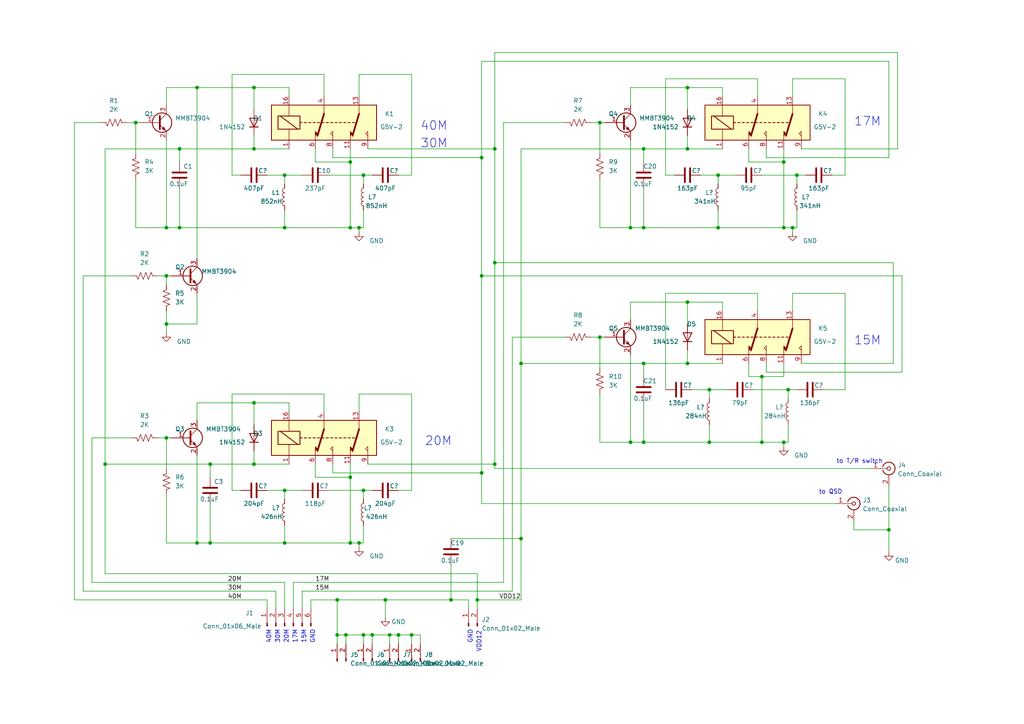
<source format=kicad_sch>
(kicad_sch (version 20211123) (generator eeschema)
  (paper "A4")
  (lib_symbols
    (symbol "Connector:Conn_01x02_Male" (pin_names (offset 1.016) hide)
      (property "Reference" "J" (at 0 2.54 0))
      (property "Value" "Conn_01x02_Male" (at 0 -5.08 0))
      (symbol "Conn_01x02_Male_1_1"
        (polyline (pts (xy 1.27 -2.54) (xy 0.8636 -2.54)) (stroke (width 0.1524)))
        (polyline (pts (xy 1.27 0) (xy 0.8636 0)) (stroke (width 0.1524)))
        (rectangle (start 0.8636 -2.413) (end 0 -2.667) (stroke (width 0.1524)) (fill (type outline)))
        (rectangle (start 0.8636 0.127) (end 0 -0.127) (stroke (width 0.1524)) (fill (type outline)))
        (pin passive line (at 5.08 0 180) (length 3.81) (name "Pin_1") (number "1"))
        (pin passive line (at 5.08 -2.54 180) (length 3.81) (name "Pin_2") (number "2"))
      )
    )
    (symbol "Connector:Conn_01x06_Male" (pin_names (offset 1.016) hide)
      (property "Reference" "J" (at 0 7.62 0))
      (property "Value" "Conn_01x06_Male" (at 0 -10.16 0))
      (symbol "Conn_01x06_Male_1_1"
        (polyline (pts (xy 1.27 -7.62) (xy 0.8636 -7.62)) (stroke (width 0.1524)))
        (polyline (pts (xy 1.27 -5.08) (xy 0.8636 -5.08)) (stroke (width 0.1524)))
        (polyline (pts (xy 1.27 -2.54) (xy 0.8636 -2.54)) (stroke (width 0.1524)))
        (polyline (pts (xy 1.27 0) (xy 0.8636 0)) (stroke (width 0.1524)))
        (polyline (pts (xy 1.27 2.54) (xy 0.8636 2.54)) (stroke (width 0.1524)))
        (polyline (pts (xy 1.27 5.08) (xy 0.8636 5.08)) (stroke (width 0.1524)))
        (rectangle (start 0.8636 -7.493) (end 0 -7.747) (stroke (width 0.1524)) (fill (type outline)))
        (rectangle (start 0.8636 -4.953) (end 0 -5.207) (stroke (width 0.1524)) (fill (type outline)))
        (rectangle (start 0.8636 -2.413) (end 0 -2.667) (stroke (width 0.1524)) (fill (type outline)))
        (rectangle (start 0.8636 0.127) (end 0 -0.127) (stroke (width 0.1524)) (fill (type outline)))
        (rectangle (start 0.8636 2.667) (end 0 2.413) (stroke (width 0.1524)) (fill (type outline)))
        (rectangle (start 0.8636 5.207) (end 0 4.953) (stroke (width 0.1524)) (fill (type outline)))
        (pin passive line (at 5.08 5.08 180) (length 3.81) (name "Pin_1") (number "1"))
        (pin passive line (at 5.08 2.54 180) (length 3.81) (name "Pin_2") (number "2"))
        (pin passive line (at 5.08 0 180) (length 3.81) (name "Pin_3") (number "3"))
        (pin passive line (at 5.08 -2.54 180) (length 3.81) (name "Pin_4") (number "4"))
        (pin passive line (at 5.08 -5.08 180) (length 3.81) (name "Pin_5") (number "5"))
        (pin passive line (at 5.08 -7.62 180) (length 3.81) (name "Pin_6") (number "6"))
      )
    )
    (symbol "Connector:Conn_Coaxial" (pin_names (offset 1.016) hide)
      (property "Reference" "J" (at 0.254 3.048 0))
      (property "Value" "Conn_Coaxial" (at 2.921 0 90))
      (symbol "Conn_Coaxial_0_1"
        (arc (start -1.778 -0.508) (mid 0.222 -1.808) (end 1.778 0) (stroke (width 0.254)))
        (polyline (pts (xy -2.54 0) (xy -0.508 0)))
        (polyline (pts (xy 0 -2.54) (xy 0 -1.778)))
        (circle (center 0 0) (radius 0.508) (stroke (width 0.2032)))
        (arc (start 1.778 0) (mid 0.222 1.8083) (end -1.778 0.508) (stroke (width 0.254)))
      )
      (symbol "Conn_Coaxial_1_1"
        (pin passive line (at -5.08 0 0) (length 2.54) (name "In") (number "1"))
        (pin passive line (at 0 -5.08 90) (length 2.54) (name "Ext") (number "2"))
      )
    )
    (symbol "Device:C" (pin_numbers hide) (pin_names (offset 0.254))
      (property "Reference" "C" (at 0.635 2.54 0))
      (property "Value" "C" (at 0.635 -2.54 0))
      (symbol "C_0_1"
        (polyline (pts (xy -2.032 -0.762) (xy 2.032 -0.762)) (stroke (width 0.508)))
        (polyline (pts (xy -2.032 0.762) (xy 2.032 0.762)) (stroke (width 0.508)))
      )
      (symbol "C_1_1"
        (pin passive line (at 0 3.81 270) (length 2.794) (name "~") (number "1"))
        (pin passive line (at 0 -3.81 90) (length 2.794) (name "~") (number "2"))
      )
    )
    (symbol "Device:D" (pin_numbers hide) (pin_names (offset 1.016) hide)
      (property "Reference" "D" (at 0 2.54 0))
      (property "Value" "D" (at 0 -2.54 0))
      (symbol "D_0_1"
        (polyline (pts (xy -1.27 1.27) (xy -1.27 -1.27)) (stroke (width 0.254)))
        (polyline (pts (xy 1.27 0) (xy -1.27 0)))
        (polyline (pts (xy 1.27 1.27) (xy 1.27 -1.27) (xy -1.27 0) (xy 1.27 1.27)) (stroke (width 0.254)))
      )
      (symbol "D_1_1"
        (pin passive line (at -3.81 0 0) (length 2.54) (name "K") (number "1"))
        (pin passive line (at 3.81 0 180) (length 2.54) (name "A") (number "2"))
      )
    )
    (symbol "Device:L" (pin_numbers hide) (pin_names (offset 1.016) hide)
      (property "Reference" "L" (at -1.27 0 90))
      (property "Value" "L" (at 1.905 0 90))
      (symbol "L_0_1"
        (arc (start 0 -2.54) (mid 0.635 -1.905) (end 0 -1.27))
        (arc (start 0 -1.27) (mid 0.635 -0.635) (end 0 0))
        (arc (start 0 0) (mid 0.635 0.635) (end 0 1.27))
        (arc (start 0 1.27) (mid 0.635 1.905) (end 0 2.54))
      )
      (symbol "L_1_1"
        (pin passive line (at 0 3.81 270) (length 1.27) (name "1") (number "1"))
        (pin passive line (at 0 -3.81 90) (length 1.27) (name "2") (number "2"))
      )
    )
    (symbol "Device:Q_NPN_BEC" (pin_names (offset 0) hide)
      (property "Reference" "Q" (at 5.08 1.27 0))
      (property "Value" "Q_NPN_BEC" (at 5.08 -1.27 0))
      (symbol "Q_NPN_BEC_0_1"
        (polyline (pts (xy 0.635 0.635) (xy 2.54 2.54)))
        (polyline (pts (xy 0.635 -0.635) (xy 2.54 -2.54) (xy 2.54 -2.54)))
        (polyline (pts (xy 0.635 1.905) (xy 0.635 -1.905) (xy 0.635 -1.905)) (stroke (width 0.508)))
        (polyline (pts (xy 1.27 -1.778) (xy 1.778 -1.27) (xy 2.286 -2.286) (xy 1.27 -1.778) (xy 1.27 -1.778)) (fill (type outline)))
        (circle (center 1.27 0) (radius 2.8194) (stroke (width 0.254)))
      )
      (symbol "Q_NPN_BEC_1_1"
        (pin input line (at -5.08 0 0) (length 5.715) (name "B") (number "1"))
        (pin passive line (at 2.54 -5.08 90) (length 2.54) (name "E") (number "2"))
        (pin passive line (at 2.54 5.08 270) (length 2.54) (name "C") (number "3"))
      )
    )
    (symbol "Device:R_US" (pin_numbers hide) (pin_names (offset 0))
      (property "Reference" "R" (at 2.54 0 90))
      (property "Value" "R_US" (at -2.54 0 90))
      (symbol "R_US_0_1"
        (polyline (pts (xy 0 -2.286) (xy 0 -2.54)))
        (polyline (pts (xy 0 2.286) (xy 0 2.54)))
        (polyline (pts (xy 0 -0.762) (xy 1.016 -1.143) (xy 0 -1.524) (xy -1.016 -1.905) (xy 0 -2.286)))
        (polyline (pts (xy 0 0.762) (xy 1.016 0.381) (xy 0 0) (xy -1.016 -0.381) (xy 0 -0.762)))
        (polyline (pts (xy 0 2.286) (xy 1.016 1.905) (xy 0 1.524) (xy -1.016 1.143) (xy 0 0.762)))
      )
      (symbol "R_US_1_1"
        (pin passive line (at 0 3.81 270) (length 1.27) (name "~") (number "1"))
        (pin passive line (at 0 -3.81 90) (length 1.27) (name "~") (number "2"))
      )
    )
    (symbol "Relay:G5V-2"
      (property "Reference" "K" (at 16.51 3.81 0))
      (property "Value" "G5V-2" (at 16.51 1.27 0))
      (symbol "G5V-2_0_1"
        (rectangle (start -15.24 5.08) (end 15.24 -5.08) (stroke (width 0.254)) (fill (type background)))
        (rectangle (start -13.335 1.905) (end -6.985 -1.905) (stroke (width 0.254)))
        (polyline (pts (xy -12.7 -1.905) (xy -7.62 1.905)) (stroke (width 0.254)))
        (polyline (pts (xy -10.16 -5.08) (xy -10.16 -1.905)))
        (polyline (pts (xy -10.16 5.08) (xy -10.16 1.905)))
        (polyline (pts (xy -6.985 0) (xy -6.35 0)) (stroke (width 0.254)))
        (polyline (pts (xy -5.715 0) (xy -5.08 0)) (stroke (width 0.254)))
        (polyline (pts (xy -4.445 0) (xy -3.81 0)) (stroke (width 0.254)))
        (polyline (pts (xy -3.175 0) (xy -2.54 0)) (stroke (width 0.254)))
        (polyline (pts (xy -1.905 0) (xy -1.27 0)) (stroke (width 0.254)))
        (polyline (pts (xy -0.635 0) (xy 0 0)) (stroke (width 0.254)))
        (polyline (pts (xy 0 -2.54) (xy -1.905 3.81)) (stroke (width 0.508)))
        (polyline (pts (xy 0 -2.54) (xy 0 -5.08)))
        (polyline (pts (xy 0.635 0) (xy 1.27 0)) (stroke (width 0.254)))
        (polyline (pts (xy 1.905 0) (xy 2.54 0)) (stroke (width 0.254)))
        (polyline (pts (xy 3.175 0) (xy 3.81 0)) (stroke (width 0.254)))
        (polyline (pts (xy 4.445 0) (xy 5.08 0)) (stroke (width 0.254)))
        (polyline (pts (xy 5.715 0) (xy 6.35 0)) (stroke (width 0.254)))
        (polyline (pts (xy 6.985 0) (xy 7.62 0)) (stroke (width 0.254)))
        (polyline (pts (xy 8.255 0) (xy 8.89 0)) (stroke (width 0.254)))
        (polyline (pts (xy 10.16 -2.54) (xy 8.255 3.81)) (stroke (width 0.508)))
        (polyline (pts (xy 10.16 -2.54) (xy 10.16 -5.08)))
        (polyline (pts (xy -2.54 5.08) (xy -2.54 2.54) (xy -1.905 3.175) (xy -2.54 3.81)) (fill (type outline)))
        (polyline (pts (xy 2.54 5.08) (xy 2.54 2.54) (xy 1.905 3.175) (xy 2.54 3.81)))
        (polyline (pts (xy 7.62 5.08) (xy 7.62 2.54) (xy 8.255 3.175) (xy 7.62 3.81)) (fill (type outline)))
        (polyline (pts (xy 12.7 5.08) (xy 12.7 2.54) (xy 12.065 3.175) (xy 12.7 3.81)))
      )
      (symbol "G5V-2_1_1"
        (pin passive line (at -10.16 7.62 270) (length 2.54) (name "~") (number "1"))
        (pin passive line (at 7.62 7.62 270) (length 2.54) (name "~") (number "11"))
        (pin passive line (at 10.16 -7.62 90) (length 2.54) (name "~") (number "13"))
        (pin passive line (at -10.16 -7.62 90) (length 2.54) (name "~") (number "16"))
        (pin passive line (at 0 -7.62 90) (length 2.54) (name "~") (number "4"))
        (pin passive line (at -2.54 7.62 270) (length 2.54) (name "~") (number "6"))
        (pin passive line (at 2.54 7.62 270) (length 2.54) (name "~") (number "8"))
        (pin passive line (at 12.7 7.62 270) (length 2.54) (name "~") (number "9"))
      )
    )
    (symbol "power:GND" (power) (pin_names (offset 0))
      (property "Value" "GND" (at 0 -3.81 0))
      (symbol "GND_0_1"
        (polyline (pts (xy 0 0) (xy 0 -1.27) (xy 1.27 -1.27) (xy 0 -2.54) (xy -1.27 -1.27) (xy 0 -1.27)))
      )
      (symbol "GND_1_1"
        (pin power_in line (at 0 0 270) (length 0) hide (name "GND") (number "1"))
      )
    )
  )
  (junction (at 229.87 66.04))
  (junction (at 82.55 142.24))
  (junction (at 82.55 50.8))
  (junction (at 115.57 184.15))
  (junction (at 104.14 66.04))
  (junction (at 182.88 128.27))
  (junction (at 143.51 43.18))
  (junction (at 104.14 157.48))
  (junction (at 73.66 43.18))
  (junction (at 186.69 43.18))
  (junction (at 82.55 66.04))
  (junction (at 227.33 66.04))
  (junction (at 227.33 128.27))
  (junction (at 205.74 128.27))
  (junction (at 186.69 66.04))
  (junction (at 257.81 153.67))
  (junction (at 113.03 184.15))
  (junction (at 199.39 43.18))
  (junction (at 208.28 50.8))
  (junction (at 73.66 134.62))
  (junction (at 101.6 66.04))
  (junction (at 73.66 25.4))
  (junction (at 173.99 97.79))
  (junction (at 208.28 66.04))
  (junction (at 186.69 105.41))
  (junction (at 151.13 156.21))
  (junction (at 39.37 35.56))
  (junction (at 82.55 157.48))
  (junction (at 231.14 50.8))
  (junction (at 107.95 184.15))
  (junction (at 139.7 137.16))
  (junction (at 48.26 93.98))
  (junction (at 101.6 46.99))
  (junction (at 101.6 138.43))
  (junction (at 227.33 46.99))
  (junction (at 143.51 76.2))
  (junction (at 105.41 50.8))
  (junction (at 143.51 134.62))
  (junction (at 105.41 142.24))
  (junction (at 173.99 35.56))
  (junction (at 182.88 66.04))
  (junction (at 60.96 157.48))
  (junction (at 57.15 25.4))
  (junction (at 97.79 173.99))
  (junction (at 220.98 128.27))
  (junction (at 48.26 66.04))
  (junction (at 52.07 66.04))
  (junction (at 138.43 173.99))
  (junction (at 97.79 184.15))
  (junction (at 199.39 25.4))
  (junction (at 105.41 184.15))
  (junction (at 52.07 43.18))
  (junction (at 228.6 113.03))
  (junction (at 48.26 127))
  (junction (at 100.33 184.15))
  (junction (at 130.81 173.99))
  (junction (at 199.39 105.41))
  (junction (at 101.6 157.48))
  (junction (at 119.38 184.15))
  (junction (at 111.76 173.99))
  (junction (at 30.48 134.62))
  (junction (at 57.15 157.48))
  (junction (at 186.69 128.27))
  (junction (at 139.7 80.01))
  (junction (at 139.7 45.72))
  (junction (at 73.66 116.84))
  (junction (at 205.74 113.03))
  (junction (at 48.26 80.01))
  (junction (at 199.39 87.63))
  (junction (at 220.98 109.22))
  (junction (at 60.96 134.62))
  (junction (at 151.13 105.41))
  (wire (pts (xy 227.33 105.41) (xy 227.33 109.22)))
  (wire (pts (xy 100.33 184.15) (xy 97.79 184.15)))
  (wire (pts (xy 90.17 176.53) (xy 90.17 173.99)))
  (wire (pts (xy 151.13 43.18) (xy 151.13 105.41)))
  (wire (pts (xy 130.81 163.83) (xy 130.81 173.99)))
  (wire (pts (xy 57.15 25.4) (xy 73.66 25.4)))
  (wire (pts (xy 163.83 35.56) (xy 146.05 35.56)))
  (wire (pts (xy 38.1 80.01) (xy 24.13 80.01)))
  (wire (pts (xy 135.89 176.53) (xy 135.89 173.99)))
  (wire (pts (xy 182.88 40.64) (xy 182.88 66.04)))
  (wire (pts (xy 119.38 21.59) (xy 119.38 50.8)))
  (wire (pts (xy 96.52 43.18) (xy 96.52 45.72)))
  (wire (pts (xy 119.38 21.59) (xy 104.14 21.59)))
  (wire (pts (xy 48.26 93.98) (xy 57.15 93.98)))
  (wire (pts (xy 219.71 22.86) (xy 219.71 27.94)))
  (wire (pts (xy 48.26 143.51) (xy 48.26 157.48)))
  (wire (pts (xy 82.55 157.48) (xy 101.6 157.48)))
  (wire (pts (xy 91.44 134.62) (xy 91.44 138.43)))
  (wire (pts (xy 105.41 184.15) (xy 105.41 186.69)))
  (wire (pts (xy 104.14 114.3) (xy 104.14 119.38)))
  (wire (pts (xy 30.48 134.62) (xy 30.48 166.37)))
  (wire (pts (xy 83.82 134.62) (xy 73.66 134.62)))
  (wire (pts (xy 227.33 128.27) (xy 227.33 129.54)))
  (wire (pts (xy 182.88 25.4) (xy 199.39 25.4)))
  (wire (pts (xy 57.15 85.09) (xy 57.15 93.98)))
  (wire (pts (xy 105.41 142.24) (xy 105.41 144.78)))
  (wire (pts (xy 186.69 116.84) (xy 186.69 128.27)))
  (wire (pts (xy 82.55 142.24) (xy 87.63 142.24)))
  (wire (pts (xy 97.79 184.15) (xy 97.79 186.69)))
  (wire (pts (xy 209.55 87.63) (xy 209.55 90.17)))
  (wire (pts (xy 229.87 22.86) (xy 229.87 27.94)))
  (wire (pts (xy 101.6 43.18) (xy 101.6 46.99)))
  (wire (pts (xy 173.99 52.07) (xy 173.99 66.04)))
  (wire (pts (xy 113.03 184.15) (xy 113.03 186.69)))
  (wire (pts (xy 101.6 138.43) (xy 101.6 157.48)))
  (wire (pts (xy 151.13 156.21) (xy 151.13 173.99)))
  (wire (pts (xy 186.69 43.18) (xy 186.69 46.99)))
  (wire (pts (xy 115.57 184.15) (xy 113.03 184.15)))
  (wire (pts (xy 227.33 43.18) (xy 227.33 46.99)))
  (wire (pts (xy 227.33 46.99) (xy 217.17 46.99)))
  (wire (pts (xy 96.52 134.62) (xy 96.52 137.16)))
  (wire (pts (xy 48.26 82.55) (xy 48.26 80.01)))
  (wire (pts (xy 227.33 128.27) (xy 228.6 128.27)))
  (wire (pts (xy 261.62 107.95) (xy 222.25 107.95)))
  (wire (pts (xy 73.66 25.4) (xy 83.82 25.4)))
  (wire (pts (xy 227.33 46.99) (xy 227.33 66.04)))
  (wire (pts (xy 95.25 142.24) (xy 105.41 142.24)))
  (wire (pts (xy 82.55 142.24) (xy 82.55 144.78)))
  (wire (pts (xy 101.6 46.99) (xy 101.6 66.04)))
  (wire (pts (xy 245.11 85.09) (xy 229.87 85.09)))
  (wire (pts (xy 209.55 105.41) (xy 199.39 105.41)))
  (wire (pts (xy 60.96 157.48) (xy 82.55 157.48)))
  (wire (pts (xy 73.66 134.62) (xy 60.96 134.62)))
  (wire (pts (xy 245.11 22.86) (xy 245.11 50.8)))
  (wire (pts (xy 57.15 132.08) (xy 57.15 157.48)))
  (wire (pts (xy 104.14 66.04) (xy 105.41 66.04)))
  (wire (pts (xy 245.11 22.86) (xy 229.87 22.86)))
  (wire (pts (xy 186.69 105.41) (xy 186.69 109.22)))
  (wire (pts (xy 182.88 30.48) (xy 182.88 25.4)))
  (wire (pts (xy 100.33 184.15) (xy 100.33 186.69)))
  (wire (pts (xy 82.55 50.8) (xy 87.63 50.8)))
  (wire (pts (xy 173.99 44.45) (xy 173.99 35.56)))
  (wire (pts (xy 182.88 92.71) (xy 182.88 87.63)))
  (wire (pts (xy 105.41 142.24) (xy 107.95 142.24)))
  (wire (pts (xy 143.51 15.24) (xy 143.51 43.18)))
  (wire (pts (xy 241.3 50.8) (xy 245.11 50.8)))
  (wire (pts (xy 186.69 128.27) (xy 205.74 128.27)))
  (wire (pts (xy 29.21 35.56) (xy 21.59 35.56)))
  (wire (pts (xy 186.69 54.61) (xy 186.69 66.04)))
  (wire (pts (xy 24.13 171.45) (xy 80.01 171.45)))
  (wire (pts (xy 173.99 114.3) (xy 173.99 128.27)))
  (wire (pts (xy 231.14 50.8) (xy 231.14 53.34)))
  (wire (pts (xy 227.33 109.22) (xy 220.98 109.22)))
  (wire (pts (xy 209.55 43.18) (xy 199.39 43.18)))
  (wire (pts (xy 38.1 127) (xy 26.67 127)))
  (wire (pts (xy 229.87 66.04) (xy 231.14 66.04)))
  (wire (pts (xy 203.2 50.8) (xy 208.28 50.8)))
  (wire (pts (xy 48.26 93.98) (xy 48.26 96.52)))
  (wire (pts (xy 57.15 116.84) (xy 73.66 116.84)))
  (wire (pts (xy 163.83 97.79) (xy 148.59 97.79)))
  (wire (pts (xy 146.05 35.56) (xy 146.05 168.91)))
  (wire (pts (xy 115.57 50.8) (xy 119.38 50.8)))
  (wire (pts (xy 143.51 43.18) (xy 143.51 76.2)))
  (wire (pts (xy 24.13 80.01) (xy 24.13 171.45)))
  (wire (pts (xy 73.66 134.62) (xy 73.66 130.81)))
  (wire (pts (xy 182.88 87.63) (xy 199.39 87.63)))
  (wire (pts (xy 219.71 85.09) (xy 219.71 90.17)))
  (wire (pts (xy 67.31 21.59) (xy 93.98 21.59)))
  (wire (pts (xy 139.7 17.78) (xy 257.81 17.78)))
  (wire (pts (xy 228.6 123.19) (xy 228.6 128.27)))
  (wire (pts (xy 104.14 66.04) (xy 101.6 66.04)))
  (wire (pts (xy 247.65 151.13) (xy 247.65 153.67)))
  (wire (pts (xy 115.57 184.15) (xy 115.57 186.69)))
  (wire (pts (xy 96.52 137.16) (xy 139.7 137.16)))
  (wire (pts (xy 199.39 93.98) (xy 199.39 87.63)))
  (wire (pts (xy 143.51 76.2) (xy 259.08 76.2)))
  (wire (pts (xy 105.41 60.96) (xy 105.41 66.04)))
  (wire (pts (xy 107.95 184.15) (xy 105.41 184.15)))
  (wire (pts (xy 105.41 152.4) (xy 105.41 157.48)))
  (wire (pts (xy 186.69 66.04) (xy 208.28 66.04)))
  (wire (pts (xy 60.96 134.62) (xy 60.96 138.43)))
  (wire (pts (xy 77.47 173.99) (xy 77.47 176.53)))
  (wire (pts (xy 130.81 173.99) (xy 111.76 173.99)))
  (wire (pts (xy 97.79 173.99) (xy 111.76 173.99)))
  (wire (pts (xy 200.66 113.03) (xy 205.74 113.03)))
  (wire (pts (xy 119.38 184.15) (xy 119.38 186.69)))
  (wire (pts (xy 148.59 171.45) (xy 87.63 171.45)))
  (wire (pts (xy 259.08 76.2) (xy 259.08 105.41)))
  (wire (pts (xy 139.7 45.72) (xy 139.7 80.01)))
  (wire (pts (xy 73.66 43.18) (xy 52.07 43.18)))
  (wire (pts (xy 143.51 76.2) (xy 143.51 134.62)))
  (wire (pts (xy 96.52 45.72) (xy 139.7 45.72)))
  (wire (pts (xy 151.13 173.99) (xy 138.43 173.99)))
  (wire (pts (xy 257.81 140.97) (xy 257.81 153.67)))
  (wire (pts (xy 217.17 109.22) (xy 217.17 105.41)))
  (wire (pts (xy 121.92 184.15) (xy 119.38 184.15)))
  (wire (pts (xy 95.25 50.8) (xy 105.41 50.8)))
  (wire (pts (xy 220.98 109.22) (xy 220.98 128.27)))
  (wire (pts (xy 101.6 157.48) (xy 104.14 157.48)))
  (wire (pts (xy 30.48 43.18) (xy 30.48 134.62)))
  (wire (pts (xy 222.25 107.95) (xy 222.25 105.41)))
  (wire (pts (xy 151.13 105.41) (xy 186.69 105.41)))
  (wire (pts (xy 106.68 43.18) (xy 143.51 43.18)))
  (wire (pts (xy 101.6 46.99) (xy 91.44 46.99)))
  (wire (pts (xy 80.01 171.45) (xy 80.01 176.53)))
  (wire (pts (xy 67.31 50.8) (xy 69.85 50.8)))
  (wire (pts (xy 205.74 123.19) (xy 205.74 128.27)))
  (wire (pts (xy 111.76 173.99) (xy 111.76 179.07)))
  (wire (pts (xy 93.98 21.59) (xy 93.98 27.94)))
  (wire (pts (xy 199.39 105.41) (xy 186.69 105.41)))
  (wire (pts (xy 228.6 113.03) (xy 231.14 113.03)))
  (wire (pts (xy 229.87 66.04) (xy 229.87 67.31)))
  (wire (pts (xy 21.59 35.56) (xy 21.59 173.99)))
  (wire (pts (xy 260.35 15.24) (xy 260.35 43.18)))
  (wire (pts (xy 77.47 50.8) (xy 82.55 50.8)))
  (wire (pts (xy 260.35 43.18) (xy 232.41 43.18)))
  (wire (pts (xy 73.66 123.19) (xy 73.66 116.84)))
  (wire (pts (xy 91.44 138.43) (xy 101.6 138.43)))
  (wire (pts (xy 193.04 22.86) (xy 193.04 50.8)))
  (wire (pts (xy 138.43 166.37) (xy 138.43 173.99)))
  (wire (pts (xy 104.14 157.48) (xy 105.41 157.48)))
  (wire (pts (xy 121.92 186.69) (xy 121.92 184.15)))
  (wire (pts (xy 193.04 50.8) (xy 195.58 50.8)))
  (wire (pts (xy 238.76 113.03) (xy 245.11 113.03)))
  (wire (pts (xy 193.04 85.09) (xy 193.04 113.03)))
  (wire (pts (xy 77.47 142.24) (xy 82.55 142.24)))
  (wire (pts (xy 52.07 43.18) (xy 52.07 46.99)))
  (wire (pts (xy 82.55 168.91) (xy 82.55 176.53)))
  (wire (pts (xy 40.64 35.56) (xy 39.37 35.56)))
  (wire (pts (xy 193.04 22.86) (xy 219.71 22.86)))
  (wire (pts (xy 115.57 142.24) (xy 119.38 142.24)))
  (wire (pts (xy 73.66 31.75) (xy 73.66 25.4)))
  (wire (pts (xy 97.79 173.99) (xy 97.79 184.15)))
  (wire (pts (xy 48.26 40.64) (xy 48.26 66.04)))
  (wire (pts (xy 143.51 134.62) (xy 143.51 135.89)))
  (wire (pts (xy 229.87 85.09) (xy 229.87 90.17)))
  (wire (pts (xy 82.55 66.04) (xy 101.6 66.04)))
  (wire (pts (xy 218.44 113.03) (xy 228.6 113.03)))
  (wire (pts (xy 67.31 114.3) (xy 67.31 142.24)))
  (wire (pts (xy 101.6 134.62) (xy 101.6 138.43)))
  (wire (pts (xy 67.31 114.3) (xy 93.98 114.3)))
  (wire (pts (xy 220.98 128.27) (xy 227.33 128.27)))
  (wire (pts (xy 135.89 173.99) (xy 130.81 173.99)))
  (wire (pts (xy 83.82 116.84) (xy 83.82 119.38)))
  (wire (pts (xy 48.26 135.89) (xy 48.26 127)))
  (wire (pts (xy 222.25 45.72) (xy 222.25 43.18)))
  (wire (pts (xy 139.7 146.05) (xy 242.57 146.05)))
  (wire (pts (xy 261.62 80.01) (xy 261.62 107.95)))
  (wire (pts (xy 143.51 15.24) (xy 260.35 15.24)))
  (wire (pts (xy 48.26 127) (xy 45.72 127)))
  (wire (pts (xy 93.98 114.3) (xy 93.98 119.38)))
  (wire (pts (xy 148.59 97.79) (xy 148.59 171.45)))
  (wire (pts (xy 139.7 17.78) (xy 139.7 45.72)))
  (wire (pts (xy 30.48 43.18) (xy 52.07 43.18)))
  (wire (pts (xy 48.26 30.48) (xy 48.26 25.4)))
  (wire (pts (xy 26.67 127) (xy 26.67 168.91)))
  (wire (pts (xy 199.39 43.18) (xy 199.39 39.37)))
  (wire (pts (xy 91.44 46.99) (xy 91.44 43.18)))
  (wire (pts (xy 205.74 113.03) (xy 210.82 113.03)))
  (wire (pts (xy 227.33 66.04) (xy 229.87 66.04)))
  (wire (pts (xy 199.39 87.63) (xy 209.55 87.63)))
  (wire (pts (xy 21.59 173.99) (xy 77.47 173.99)))
  (wire (pts (xy 48.26 157.48) (xy 57.15 157.48)))
  (wire (pts (xy 73.66 43.18) (xy 73.66 39.37)))
  (wire (pts (xy 113.03 184.15) (xy 107.95 184.15)))
  (wire (pts (xy 247.65 153.67) (xy 257.81 153.67)))
  (wire (pts (xy 139.7 137.16) (xy 139.7 146.05)))
  (wire (pts (xy 39.37 52.07) (xy 39.37 66.04)))
  (wire (pts (xy 30.48 166.37) (xy 138.43 166.37)))
  (wire (pts (xy 82.55 60.96) (xy 82.55 66.04)))
  (wire (pts (xy 199.39 105.41) (xy 199.39 101.6)))
  (wire (pts (xy 48.26 25.4) (xy 57.15 25.4)))
  (wire (pts (xy 57.15 121.92) (xy 57.15 116.84)))
  (wire (pts (xy 193.04 85.09) (xy 219.71 85.09)))
  (wire (pts (xy 143.51 135.89) (xy 252.73 135.89)))
  (wire (pts (xy 105.41 50.8) (xy 107.95 50.8)))
  (wire (pts (xy 208.28 50.8) (xy 213.36 50.8)))
  (wire (pts (xy 87.63 171.45) (xy 87.63 176.53)))
  (wire (pts (xy 175.26 97.79) (xy 173.99 97.79)))
  (wire (pts (xy 217.17 46.99) (xy 217.17 43.18)))
  (wire (pts (xy 139.7 80.01) (xy 261.62 80.01)))
  (wire (pts (xy 107.95 184.15) (xy 107.95 186.69)))
  (wire (pts (xy 231.14 60.96) (xy 231.14 66.04)))
  (wire (pts (xy 173.99 35.56) (xy 171.45 35.56)))
  (wire (pts (xy 119.38 114.3) (xy 119.38 142.24)))
  (wire (pts (xy 173.99 66.04) (xy 182.88 66.04)))
  (wire (pts (xy 73.66 116.84) (xy 83.82 116.84)))
  (wire (pts (xy 39.37 66.04) (xy 48.26 66.04)))
  (wire (pts (xy 48.26 66.04) (xy 52.07 66.04)))
  (wire (pts (xy 146.05 168.91) (xy 85.09 168.91)))
  (wire (pts (xy 205.74 128.27) (xy 220.98 128.27)))
  (wire (pts (xy 48.26 90.17) (xy 48.26 93.98)))
  (wire (pts (xy 257.81 17.78) (xy 257.81 45.72)))
  (wire (pts (xy 82.55 152.4) (xy 82.55 157.48)))
  (wire (pts (xy 104.14 21.59) (xy 104.14 27.94)))
  (wire (pts (xy 39.37 44.45) (xy 39.37 35.56)))
  (wire (pts (xy 173.99 97.79) (xy 171.45 97.79)))
  (wire (pts (xy 175.26 35.56) (xy 173.99 35.56)))
  (wire (pts (xy 182.88 128.27) (xy 186.69 128.27)))
  (wire (pts (xy 208.28 66.04) (xy 227.33 66.04)))
  (wire (pts (xy 119.38 184.15) (xy 115.57 184.15)))
  (wire (pts (xy 231.14 50.8) (xy 233.68 50.8)))
  (wire (pts (xy 30.48 134.62) (xy 60.96 134.62)))
  (wire (pts (xy 151.13 43.18) (xy 186.69 43.18)))
  (wire (pts (xy 49.53 127) (xy 48.26 127)))
  (wire (pts (xy 220.98 50.8) (xy 231.14 50.8)))
  (wire (pts (xy 199.39 25.4) (xy 209.55 25.4)))
  (wire (pts (xy 83.82 43.18) (xy 73.66 43.18)))
  (wire (pts (xy 139.7 80.01) (xy 139.7 137.16)))
  (wire (pts (xy 105.41 184.15) (xy 100.33 184.15)))
  (wire (pts (xy 60.96 146.05) (xy 60.96 157.48)))
  (wire (pts (xy 26.67 168.91) (xy 82.55 168.91)))
  (wire (pts (xy 173.99 106.68) (xy 173.99 97.79)))
  (wire (pts (xy 57.15 157.48) (xy 60.96 157.48)))
  (wire (pts (xy 57.15 25.4) (xy 57.15 74.93)))
  (wire (pts (xy 104.14 157.48) (xy 104.14 158.75)))
  (wire (pts (xy 208.28 50.8) (xy 208.28 53.34)))
  (wire (pts (xy 151.13 105.41) (xy 151.13 156.21)))
  (wire (pts (xy 82.55 50.8) (xy 82.55 53.34)))
  (wire (pts (xy 106.68 134.62) (xy 143.51 134.62)))
  (wire (pts (xy 228.6 113.03) (xy 228.6 115.57)))
  (wire (pts (xy 199.39 31.75) (xy 199.39 25.4)))
  (wire (pts (xy 104.14 66.04) (xy 104.14 67.31)))
  (wire (pts (xy 67.31 21.59) (xy 67.31 50.8)))
  (wire (pts (xy 182.88 66.04) (xy 186.69 66.04)))
  (wire (pts (xy 245.11 85.09) (xy 245.11 113.03)))
  (wire (pts (xy 205.74 113.03) (xy 205.74 115.57)))
  (wire (pts (xy 52.07 66.04) (xy 82.55 66.04)))
  (wire (pts (xy 90.17 173.99) (xy 97.79 173.99)))
  (wire (pts (xy 220.98 109.22) (xy 217.17 109.22)))
  (wire (pts (xy 130.81 156.21) (xy 151.13 156.21)))
  (wire (pts (xy 257.81 153.67) (xy 257.81 160.02)))
  (wire (pts (xy 208.28 60.96) (xy 208.28 66.04)))
  (wire (pts (xy 48.26 80.01) (xy 45.72 80.01)))
  (wire (pts (xy 83.82 25.4) (xy 83.82 27.94)))
  (wire (pts (xy 209.55 25.4) (xy 209.55 27.94)))
  (wire (pts (xy 67.31 142.24) (xy 69.85 142.24)))
  (wire (pts (xy 105.41 50.8) (xy 105.41 53.34)))
  (wire (pts (xy 52.07 54.61) (xy 52.07 66.04)))
  (wire (pts (xy 259.08 105.41) (xy 232.41 105.41)))
  (wire (pts (xy 199.39 43.18) (xy 186.69 43.18)))
  (wire (pts (xy 138.43 173.99) (xy 138.43 176.53)))
  (wire (pts (xy 49.53 80.01) (xy 48.26 80.01)))
  (wire (pts (xy 173.99 128.27) (xy 182.88 128.27)))
  (wire (pts (xy 257.81 45.72) (xy 222.25 45.72)))
  (wire (pts (xy 182.88 102.87) (xy 182.88 128.27)))
  (wire (pts (xy 85.09 168.91) (xy 85.09 176.53)))
  (wire (pts (xy 119.38 114.3) (xy 104.14 114.3)))
  (wire (pts (xy 39.37 35.56) (xy 36.83 35.56)))
  (text "15M" (at 88.9 186.69 90) (effects (font (size 1.27 1.27)) (justify left bottom)))
  (text "20M" (at 123.19 129.54 0) (effects (font (size 2.54 2.54)) (justify left bottom)))
  (text "15M" (at 247.65 100.33 0) (effects (font (size 2.54 2.54)) (justify left bottom)))
  (text "to QSD" (at 237.49 143.51 0) (effects (font (size 1.27 1.27)) (justify left bottom)))
  (text "GND" (at 91.44 186.69 90) (effects (font (size 1.27 1.27)) (justify left bottom)))
  (text "to T/R switch" (at 242.57 134.62 0) (effects (font (size 1.27 1.27)) (justify left bottom)))
  (text "40M" (at 78.74 186.69 90) (effects (font (size 1.27 1.27)) (justify left bottom)))
  (text "17M" (at 247.65 36.83 0) (effects (font (size 2.54 2.54)) (justify left bottom)))
  (text "20M" (at 83.82 186.69 90) (effects (font (size 1.27 1.27)) (justify left bottom)))
  (text "30M" (at 121.92 43.18 0) (effects (font (size 2.54 2.54)) (justify left bottom)))
  (text "17M" (at 86.36 186.69 90) (effects (font (size 1.27 1.27)) (justify left bottom)))
  (text "40M" (at 121.92 38.1 0) (effects (font (size 2.54 2.54)) (justify left bottom)))
  (text "30M" (at 81.28 186.69 90) (effects (font (size 1.27 1.27)) (justify left bottom)))
  (text "GND" (at 137.16 186.69 90) (effects (font (size 1.27 1.27)) (justify left bottom)))
  (text "VDD12" (at 139.7 189.23 90) (effects (font (size 1.27 1.27)) (justify left bottom)))
  (label "17M" (at 91.44 168.91 0))
  (label "15M" (at 91.44 171.45 0))
  (label "40M" (at 66.04 173.99 0))
  (label "VDD12" (at 144.78 173.99 0))
  (label "30M" (at 66.04 171.45 0))
  (label "20M" (at 66.04 168.91 0))
  (symbol (lib_id "Device:C") (at 60.96 142.24 0) (mirror y) (unit 1)
    (property "Reference" "C3" (at 64.77 139.7 0) (effects (justify left)))
    (property "Value" "0.1uF" (at 63.5 144.78 0) (effects (justify left)))
    (property "Footprint" "Capacitor_SMD:C_0603_1608Metric_Pad1.08x0.95mm_HandSolder" (effects hide))
  )
  (symbol (lib_id "Device:Q_NPN_BEC") (at 180.34 35.56 0) (unit 1)
    (property "Reference" "Q4" (at 176.53 33.02 0) (effects (justify left)))
    (property "Value" "MMBT3904" (at 185.42 34.29 0) (effects (justify left)))
    (property "Footprint" "Package_TO_SOT_SMD:SOT-23" (effects hide))
  )
  (symbol (lib_id "Device:Q_NPN_BEC") (at 54.61 127 0) (unit 1)
    (property "Reference" "Q3" (at 50.8 124.46 0) (effects (justify left)))
    (property "Value" "MMBT3904" (at 59.69 124.46 0) (effects (justify left)))
    (property "Footprint" "Package_TO_SOT_SMD:SOT-23" (effects hide))
  )
  (symbol (lib_id "power:GND") (at 104.14 67.31 0) (mirror y) (unit 1)
    (property "Reference" "#PWR01" (effects hide))
    (property "Value" "GND" (at 109.22 69.85 0))
  )
  (symbol (lib_id "Relay:G5V-2") (at 93.98 127 0) (mirror x) (unit 1)
    (property "Reference" "K3" (at 114.3 124.46 0) (effects (justify right)))
    (property "Value" "G5V-2" (at 116.84 128.27 0) (effects (justify right)))
    (property "Footprint" "Relay_THT:Relay_DPDT_Omron_G5V-2" (effects hide))
    (property "Datasheet" "http://omronfs.omron.com/en_US/ecb/products/pdf/en-g5v_2.pdf" (effects hide))
  )
  (symbol (lib_id "power:GND") (at 111.76 179.07 0) (mirror y) (unit 1)
    (property "Reference" "#PWR04" (effects hide))
    (property "Value" "GND" (at 115.57 180.34 0))
  )
  (symbol (lib_id "Device:C") (at 91.44 50.8 270) (mirror x) (unit 1)
    (property "Reference" "C10" (at 93.98 49.53 90))
    (property "Value" "237pF" (at 91.44 54.61 90))
    (property "Footprint" "Capacitor_SMD:C_0805_2012Metric_Pad1.18x1.45mm_HandSolder" (effects hide))
  )
  (symbol (lib_id "Device:C") (at 111.76 142.24 270) (mirror x) (unit 1)
    (property "Reference" "C?" (at 114.3 140.97 90))
    (property "Value" "204pF" (at 111.76 146.05 90))
    (property "Footprint" "Capacitor_SMD:C_0805_2012Metric_Pad1.18x1.45mm_HandSolder" (effects hide))
  )
  (symbol (lib_id "Connector:Conn_Coaxial") (at 257.81 135.89 0) (unit 1)
    (property "Reference" "J4" (at 260.35 134.9131 0) (effects (justify left)))
    (property "Value" "Conn_Coaxial" (at 260.35 137.4531 0) (effects (justify left)))
    (property "Footprint" "Connector_Coaxial:SMA_Samtec_SMA-J-P-X-ST-EM1_EdgeMount" (effects hide))
    (property "Datasheet" " ~" (effects hide))
  )
  (symbol (lib_id "Device:Q_NPN_BEC") (at 45.72 35.56 0) (unit 1)
    (property "Reference" "Q1" (at 41.91 33.02 0) (effects (justify left)))
    (property "Value" "MMBT3904" (at 50.8 34.29 0) (effects (justify left)))
    (property "Footprint" "Package_TO_SOT_SMD:SOT-23" (effects hide))
  )
  (symbol (lib_id "Device:C") (at 217.17 50.8 270) (mirror x) (unit 1)
    (property "Reference" "C?" (at 219.71 49.53 90))
    (property "Value" "95pF" (at 217.17 54.61 90))
    (property "Footprint" "Capacitor_SMD:C_0805_2012Metric_Pad1.18x1.45mm_HandSolder" (effects hide))
  )
  (symbol (lib_id "Relay:G5V-2") (at 219.71 97.79 0) (mirror x) (unit 1)
    (property "Reference" "K5" (at 240.03 95.25 0) (effects (justify right)))
    (property "Value" "G5V-2" (at 242.57 99.06 0) (effects (justify right)))
    (property "Footprint" "Relay_THT:Relay_DPDT_Omron_G5V-2" (effects hide))
    (property "Datasheet" "http://omronfs.omron.com/en_US/ecb/products/pdf/en-g5v_2.pdf" (effects hide))
  )
  (symbol (lib_id "Device:C") (at 91.44 142.24 270) (mirror x) (unit 1)
    (property "Reference" "C?" (at 93.98 140.97 90))
    (property "Value" "118pF" (at 91.44 146.05 90))
    (property "Footprint" "Capacitor_SMD:C_0805_2012Metric_Pad1.18x1.45mm_HandSolder" (effects hide))
  )
  (symbol (lib_id "power:GND") (at 104.14 158.75 0) (mirror y) (unit 1)
    (property "Reference" "#PWR?" (effects hide))
    (property "Value" "GND" (at 109.22 161.29 0))
  )
  (symbol (lib_id "Device:D") (at 199.39 97.79 270) (mirror x) (unit 1)
    (property "Reference" "D5" (at 201.93 93.98 90) (effects (justify right)))
    (property "Value" "1N4152" (at 196.85 99.0599 90) (effects (justify right)))
    (property "Footprint" "Diode_THT:D_DO-41_SOD81_P7.62mm_Horizontal" (effects hide))
  )
  (symbol (lib_id "Device:L") (at 231.14 57.15 0) (mirror y) (unit 1)
    (property "Reference" "L?" (at 233.68 57.15 0))
    (property "Value" "341nH" (at 234.95 59.69 0))
    (property "Footprint" "Inductor_THT:L_Toroid_Vertical_L13.0mm_W6.5mm_P5.60mm" (effects hide))
  )
  (symbol (lib_id "Relay:G5V-2") (at 219.71 35.56 0) (mirror x) (unit 1)
    (property "Reference" "K4" (at 240.03 33.02 0) (effects (justify right)))
    (property "Value" "G5V-2" (at 242.57 36.83 0) (effects (justify right)))
    (property "Footprint" "Relay_THT:Relay_DPDT_Omron_G5V-2" (effects hide))
    (property "Datasheet" "http://omronfs.omron.com/en_US/ecb/products/pdf/en-g5v_2.pdf" (effects hide))
  )
  (symbol (lib_id "Device:C") (at 196.85 113.03 270) (mirror x) (unit 1)
    (property "Reference" "C?" (at 199.39 111.76 90))
    (property "Value" "136pF" (at 196.85 116.84 90))
    (property "Footprint" "Capacitor_SMD:C_0805_2012Metric_Pad1.18x1.45mm_HandSolder" (effects hide))
  )
  (symbol (lib_id "Device:R_US") (at 33.02 35.56 270) (mirror x) (unit 1)
    (property "Reference" "R1" (at 33.02 29.21 90))
    (property "Value" "2K" (at 33.02 31.75 90))
    (property "Footprint" "Resistor_SMD:R_0603_1608Metric_Pad0.98x0.95mm_HandSolder" (effects hide))
  )
  (symbol (lib_id "Device:D") (at 73.66 35.56 270) (mirror x) (unit 1)
    (property "Reference" "D1" (at 76.2 34.29 90) (effects (justify right)))
    (property "Value" "1N4152" (at 71.12 36.8299 90) (effects (justify right)))
    (property "Footprint" "Diode_THT:D_DO-41_SOD81_P7.62mm_Horizontal" (effects hide))
  )
  (symbol (lib_id "Device:R_US") (at 167.64 97.79 270) (mirror x) (unit 1)
    (property "Reference" "R8" (at 167.64 91.44 90))
    (property "Value" "2K" (at 167.64 93.98 90))
    (property "Footprint" "Resistor_SMD:R_0603_1608Metric_Pad0.98x0.95mm_HandSolder" (effects hide))
  )
  (symbol (lib_id "Device:C") (at 73.66 142.24 270) (mirror x) (unit 1)
    (property "Reference" "C?" (at 76.2 140.97 90))
    (property "Value" "204pF" (at 73.66 146.05 90))
    (property "Footprint" "Capacitor_SMD:C_0805_2012Metric_Pad1.18x1.45mm_HandSolder" (effects hide))
  )
  (symbol (lib_id "Device:R_US") (at 48.26 86.36 0) (mirror y) (unit 1)
    (property "Reference" "R5" (at 50.8 85.0899 0) (effects (justify right)))
    (property "Value" "3K" (at 50.8 87.6299 0) (effects (justify right)))
    (property "Footprint" "Resistor_SMD:R_0603_1608Metric_Pad0.98x0.95mm_HandSolder" (effects hide))
  )
  (symbol (lib_id "Device:L") (at 105.41 148.59 0) (mirror y) (unit 1)
    (property "Reference" "L?" (at 106.68 147.32 0))
    (property "Value" "426nH" (at 109.22 149.86 0))
    (property "Footprint" "Inductor_THT:L_Toroid_Vertical_L13.0mm_W6.5mm_P5.60mm" (effects hide))
  )
  (symbol (lib_id "Device:C") (at 199.39 50.8 270) (mirror x) (unit 1)
    (property "Reference" "C?" (at 201.93 49.53 90))
    (property "Value" "163pF" (at 199.39 54.61 90))
    (property "Footprint" "Capacitor_SMD:C_0805_2012Metric_Pad1.18x1.45mm_HandSolder" (effects hide))
  )
  (symbol (lib_id "Device:D") (at 73.66 127 270) (mirror x) (unit 1)
    (property "Reference" "D3" (at 76.2 125.73 90) (effects (justify right)))
    (property "Value" "1N4152" (at 71.12 128.2699 90) (effects (justify right)))
    (property "Footprint" "Diode_THT:D_DO-41_SOD81_P7.62mm_Horizontal" (effects hide))
  )
  (symbol (lib_id "Device:C") (at 214.63 113.03 270) (mirror x) (unit 1)
    (property "Reference" "C?" (at 217.17 111.76 90))
    (property "Value" "79pF" (at 214.63 116.84 90))
    (property "Footprint" "Capacitor_SMD:C_0805_2012Metric_Pad1.18x1.45mm_HandSolder" (effects hide))
  )
  (symbol (lib_id "Device:L") (at 105.41 57.15 0) (mirror y) (unit 1)
    (property "Reference" "L7" (at 107.95 57.15 0))
    (property "Value" "852nH" (at 109.22 59.69 0))
    (property "Footprint" "Inductor_THT:L_Toroid_Vertical_L13.0mm_W6.5mm_P5.60mm" (effects hide))
  )
  (symbol (lib_id "Device:R_US") (at 167.64 35.56 270) (mirror x) (unit 1)
    (property "Reference" "R7" (at 167.64 29.21 90))
    (property "Value" "2K" (at 167.64 31.75 90))
    (property "Footprint" "Resistor_SMD:R_0603_1608Metric_Pad0.98x0.95mm_HandSolder" (effects hide))
  )
  (symbol (lib_id "Device:L") (at 208.28 57.15 0) (mirror y) (unit 1)
    (property "Reference" "L?" (at 205.74 55.88 0))
    (property "Value" "341nH" (at 204.47 58.42 0))
    (property "Footprint" "Inductor_THT:L_Toroid_Vertical_L13.0mm_W6.5mm_P5.60mm" (effects hide))
  )
  (symbol (lib_id "power:GND") (at 229.87 67.31 0) (mirror y) (unit 1)
    (property "Reference" "#PWR?" (effects hide))
    (property "Value" "GND" (at 234.95 69.85 0))
  )
  (symbol (lib_id "Relay:G5V-2") (at 93.98 35.56 0) (mirror x) (unit 1)
    (property "Reference" "K1" (at 114.3 33.02 0) (effects (justify right)))
    (property "Value" "G5V-2" (at 116.84 36.83 0) (effects (justify right)))
    (property "Footprint" "Relay_THT:Relay_DPDT_Omron_G5V-2" (effects hide))
    (property "Datasheet" "http://omronfs.omron.com/en_US/ecb/products/pdf/en-g5v_2.pdf" (effects hide))
  )
  (symbol (lib_id "power:GND") (at 257.81 160.02 0) (mirror y) (unit 1)
    (property "Reference" "#PWR07" (effects hide))
    (property "Value" "GND" (at 261.62 162.56 0))
  )
  (symbol (lib_id "power:GND") (at 227.33 129.54 0) (mirror y) (unit 1)
    (property "Reference" "#PWR?" (effects hide))
    (property "Value" "GND" (at 232.41 132.08 0))
  )
  (symbol (lib_id "Device:R_US") (at 39.37 48.26 0) (mirror y) (unit 1)
    (property "Reference" "R4" (at 41.91 46.9899 0) (effects (justify right)))
    (property "Value" "3K" (at 41.91 49.5299 0) (effects (justify right)))
    (property "Footprint" "Resistor_SMD:R_0603_1608Metric_Pad0.98x0.95mm_HandSolder" (effects hide))
  )
  (symbol (lib_id "power:GND") (at 48.26 96.52 0) (mirror y) (unit 1)
    (property "Reference" "#PWR?" (effects hide))
    (property "Value" "GND" (at 53.34 99.06 0))
  )
  (symbol (lib_id "Connector:Conn_01x02_Male") (at 97.79 191.77 90) (unit 1)
    (property "Reference" "J5" (at 101.6 189.8649 90) (effects (justify right)))
    (property "Value" "Conn_01x02_Male" (at 101.6 192.4049 90) (effects (justify right)))
    (property "Footprint" "Connector_PinHeader_2.54mm:PinHeader_1x02_P2.54mm_Vertical" (effects hide))
  )
  (symbol (lib_id "Connector:Conn_01x06_Male") (at 82.55 181.61 90) (unit 1)
    (property "Reference" "J1" (at 72.39 177.8 90))
    (property "Value" "Conn_01x06_Male" (at 67.31 181.61 90))
    (property "Footprint" "Connector_PinHeader_2.54mm:PinHeader_1x06_P2.54mm_Vertical" (effects hide))
  )
  (symbol (lib_id "Device:C") (at 234.95 113.03 270) (mirror x) (unit 1)
    (property "Reference" "C?" (at 237.49 111.76 90))
    (property "Value" "136pF" (at 234.95 116.84 90))
    (property "Footprint" "Capacitor_SMD:C_0805_2012Metric_Pad1.18x1.45mm_HandSolder" (effects hide))
  )
  (symbol (lib_id "Device:C") (at 237.49 50.8 270) (mirror x) (unit 1)
    (property "Reference" "C?" (at 240.03 49.53 90))
    (property "Value" "163pF" (at 237.49 54.61 90))
    (property "Footprint" "Capacitor_SMD:C_0805_2012Metric_Pad1.18x1.45mm_HandSolder" (effects hide))
  )
  (symbol (lib_id "Connector:Conn_01x02_Male") (at 135.89 181.61 90) (unit 1)
    (property "Reference" "J2" (at 139.7 179.7049 90) (effects (justify right)))
    (property "Value" "Conn_01x02_Male" (at 139.7 182.2449 90) (effects (justify right)))
    (property "Footprint" "Connector_PinHeader_2.54mm:PinHeader_1x02_P2.54mm_Vertical" (effects hide))
  )
  (symbol (lib_id "Connector:Conn_01x02_Male") (at 105.41 191.77 90) (unit 1)
    (property "Reference" "J6" (at 109.22 189.8649 90) (effects (justify right)))
    (property "Value" "Conn_01x02_Male" (at 109.22 192.4049 90) (effects (justify right)))
    (property "Footprint" "Connector_PinHeader_2.54mm:PinHeader_1x02_P2.54mm_Vertical" (effects hide))
  )
  (symbol (lib_id "Device:R_US") (at 173.99 110.49 0) (mirror y) (unit 1)
    (property "Reference" "R10" (at 176.53 109.2199 0) (effects (justify right)))
    (property "Value" "3K" (at 176.53 111.7599 0) (effects (justify right)))
    (property "Footprint" "Resistor_SMD:R_0603_1608Metric_Pad0.98x0.95mm_HandSolder" (effects hide))
  )
  (symbol (lib_id "Device:Q_NPN_BEC") (at 54.61 80.01 0) (unit 1)
    (property "Reference" "Q2" (at 50.8 77.47 0) (effects (justify left)))
    (property "Value" "MMBT3904" (at 58.42 78.74 0) (effects (justify left)))
    (property "Footprint" "Package_TO_SOT_SMD:SOT-23" (effects hide))
  )
  (symbol (lib_id "Device:L") (at 82.55 148.59 0) (mirror y) (unit 1)
    (property "Reference" "L?" (at 80.01 147.32 0))
    (property "Value" "426nH" (at 78.74 149.86 0))
    (property "Footprint" "Inductor_THT:L_Toroid_Vertical_L13.0mm_W6.5mm_P5.60mm" (effects hide))
  )
  (symbol (lib_id "Connector:Conn_Coaxial") (at 247.65 146.05 0) (unit 1)
    (property "Reference" "J3" (at 250.19 145.0731 0) (effects (justify left)))
    (property "Value" "Conn_Coaxial" (at 250.19 147.6131 0) (effects (justify left)))
    (property "Footprint" "Connector_Coaxial:SMA_Samtec_SMA-J-P-X-ST-EM1_EdgeMount" (effects hide))
    (property "Datasheet" " ~" (effects hide))
  )
  (symbol (lib_id "Device:C") (at 73.66 50.8 270) (mirror x) (unit 1)
    (property "Reference" "C?" (at 76.2 49.53 90))
    (property "Value" "407pF" (at 73.66 54.61 90))
    (property "Footprint" "Capacitor_SMD:C_0805_2012Metric_Pad1.18x1.45mm_HandSolder" (effects hide))
  )
  (symbol (lib_id "Device:R_US") (at 41.91 127 270) (mirror x) (unit 1)
    (property "Reference" "R3" (at 41.91 120.65 90))
    (property "Value" "2K" (at 41.91 123.19 90))
    (property "Footprint" "Resistor_SMD:R_0603_1608Metric_Pad0.98x0.95mm_HandSolder" (effects hide))
  )
  (symbol (lib_id "Device:L") (at 205.74 119.38 0) (mirror y) (unit 1)
    (property "Reference" "L?" (at 203.2 118.11 0))
    (property "Value" "284nH" (at 201.93 120.65 0))
    (property "Footprint" "Inductor_THT:L_Toroid_Vertical_L13.0mm_W6.5mm_P5.60mm" (effects hide))
  )
  (symbol (lib_id "Device:C") (at 111.76 50.8 270) (mirror x) (unit 1)
    (property "Reference" "C?" (at 114.3 49.53 90))
    (property "Value" "407pF" (at 111.76 54.61 90))
    (property "Footprint" "Capacitor_SMD:C_0805_2012Metric_Pad1.18x1.45mm_HandSolder" (effects hide))
  )
  (symbol (lib_id "Device:C") (at 186.69 50.8 0) (mirror y) (unit 1)
    (property "Reference" "C20" (at 190.5 48.26 0) (effects (justify left)))
    (property "Value" "0.1uF" (at 189.23 53.34 0) (effects (justify left)))
    (property "Footprint" "Capacitor_SMD:C_0603_1608Metric_Pad1.08x0.95mm_HandSolder" (effects hide))
  )
  (symbol (lib_id "Device:L") (at 82.55 57.15 0) (mirror y) (unit 1)
    (property "Reference" "L1" (at 80.01 55.88 0))
    (property "Value" "852nH" (at 78.74 58.42 0))
    (property "Footprint" "Inductor_THT:L_Toroid_Vertical_L13.0mm_W6.5mm_P5.60mm" (effects hide))
  )
  (symbol (lib_id "Device:L") (at 228.6 119.38 0) (mirror y) (unit 1)
    (property "Reference" "L?" (at 226.06 118.11 0))
    (property "Value" "284nH" (at 224.79 120.65 0))
    (property "Footprint" "Inductor_THT:L_Toroid_Vertical_L13.0mm_W6.5mm_P5.60mm" (effects hide))
  )
  (symbol (lib_id "Device:R_US") (at 48.26 139.7 0) (mirror y) (unit 1)
    (property "Reference" "R6" (at 50.8 138.4299 0) (effects (justify right)))
    (property "Value" "3K" (at 50.8 140.9699 0) (effects (justify right)))
    (property "Footprint" "Resistor_SMD:R_0603_1608Metric_Pad0.98x0.95mm_HandSolder" (effects hide))
  )
  (symbol (lib_id "Device:R_US") (at 41.91 80.01 270) (mirror x) (unit 1)
    (property "Reference" "R2" (at 41.91 73.66 90))
    (property "Value" "2K" (at 41.91 76.2 90))
    (property "Footprint" "Resistor_SMD:R_0603_1608Metric_Pad0.98x0.95mm_HandSolder" (effects hide))
  )
  (symbol (lib_id "Device:C") (at 52.07 50.8 0) (mirror y) (unit 1)
    (property "Reference" "C1" (at 55.88 48.26 0) (effects (justify left)))
    (property "Value" "0.1uF" (at 54.61 53.34 0) (effects (justify left)))
    (property "Footprint" "Capacitor_SMD:C_0603_1608Metric_Pad1.08x0.95mm_HandSolder" (effects hide))
  )
  (symbol (lib_id "Device:Q_NPN_BEC") (at 180.34 97.79 0) (unit 1)
    (property "Reference" "Q5" (at 176.53 95.25 0) (effects (justify left)))
    (property "Value" "MMBT3904" (at 184.15 95.25 0) (effects (justify left)))
    (property "Footprint" "Package_TO_SOT_SMD:SOT-23" (effects hide))
  )
  (symbol (lib_id "Device:D") (at 199.39 35.56 270) (mirror x) (unit 1)
    (property "Reference" "D4" (at 201.93 34.29 90) (effects (justify right)))
    (property "Value" "1N4152" (at 196.85 36.8299 90) (effects (justify right)))
    (property "Footprint" "Diode_THT:D_DO-41_SOD81_P7.62mm_Horizontal" (effects hide))
  )
  (symbol (lib_id "Connector:Conn_01x02_Male") (at 113.03 191.77 90) (unit 1)
    (property "Reference" "J7" (at 116.84 189.8649 90) (effects (justify right)))
    (property "Value" "Conn_01x02_Male" (at 116.84 192.4049 90) (effects (justify right)))
    (property "Footprint" "Connector_PinHeader_2.54mm:PinHeader_1x02_P2.54mm_Vertical" (effects hide))
  )
  (symbol (lib_id "Connector:Conn_01x02_Male") (at 119.38 191.77 90) (unit 1)
    (property "Reference" "J8" (at 123.19 189.8649 90) (effects (justify right)))
    (property "Value" "Conn_01x02_Male" (at 123.19 192.4049 90) (effects (justify right)))
    (property "Footprint" "Connector_PinHeader_2.54mm:PinHeader_1x02_P2.54mm_Vertical" (effects hide))
  )
  (symbol (lib_id "Device:C") (at 130.81 160.02 0) (mirror y) (unit 1)
    (property "Reference" "C19" (at 134.62 157.48 0) (effects (justify left)))
    (property "Value" "0.1uF" (at 133.35 162.56 0) (effects (justify left)))
    (property "Footprint" "Capacitor_SMD:C_0603_1608Metric_Pad1.08x0.95mm_HandSolder" (effects hide))
  )
  (symbol (lib_id "Device:R_US") (at 173.99 48.26 0) (mirror y) (unit 1)
    (property "Reference" "R9" (at 176.53 46.9899 0) (effects (justify right)))
    (property "Value" "3K" (at 176.53 49.5299 0) (effects (justify right)))
    (property "Footprint" "Resistor_SMD:R_0603_1608Metric_Pad0.98x0.95mm_HandSolder" (effects hide))
  )
  (symbol (lib_id "Device:C") (at 186.69 113.03 0) (mirror y) (unit 1)
    (property "Reference" "C21" (at 190.5 110.49 0) (effects (justify left)))
    (property "Value" "0.1uF" (at 189.23 115.57 0) (effects (justify left)))
    (property "Footprint" "Capacitor_SMD:C_0603_1608Metric_Pad1.08x0.95mm_HandSolder" (effects hide))
  )
)
</source>
